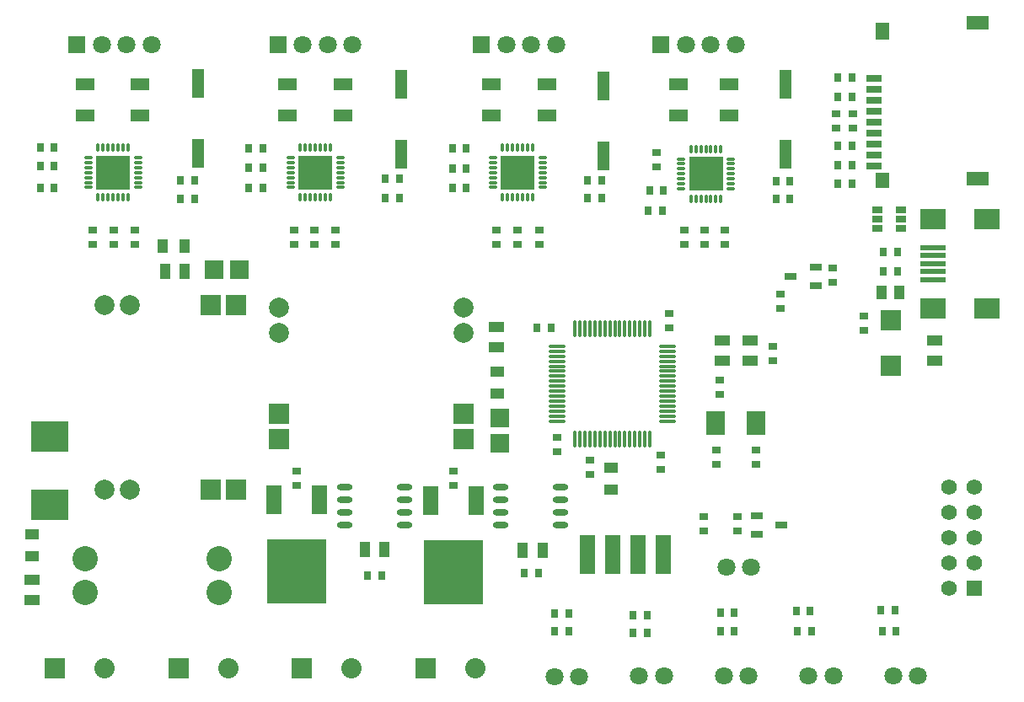
<source format=gtp>
%TF.GenerationSoftware,KiCad,Pcbnew,5.1.7-a382d34a8~87~ubuntu20.04.1*%
%TF.CreationDate,2020-10-19T23:47:47+03:00*%
%TF.ProjectId,E3_Pcb,45335f50-6362-42e6-9b69-6361645f7063,rev?*%
%TF.SameCoordinates,Original*%
%TF.FileFunction,Paste,Top*%
%TF.FilePolarity,Positive*%
%FSLAX46Y46*%
G04 Gerber Fmt 4.6, Leading zero omitted, Abs format (unit mm)*
G04 Created by KiCad (PCBNEW 5.1.7-a382d34a8~87~ubuntu20.04.1) date 2020-10-19 23:47:47*
%MOMM*%
%LPD*%
G01*
G04 APERTURE LIST*
%ADD10R,0.900000X0.800000*%
%ADD11R,3.500000X3.500000*%
%ADD12O,0.280000X0.900000*%
%ADD13O,0.900000X0.280000*%
%ADD14R,0.800000X0.900000*%
%ADD15R,1.200000X2.900000*%
%ADD16R,1.800000X1.800000*%
%ADD17C,1.800000*%
%ADD18O,0.280000X1.800000*%
%ADD19O,1.800000X0.280000*%
%ADD20R,1.900000X2.400000*%
%ADD21R,1.550000X1.000000*%
%ADD22C,1.575000*%
%ADD23R,1.575000X1.575000*%
%ADD24R,1.600000X0.701000*%
%ADD25R,1.400000X1.600000*%
%ADD26R,2.200000X1.400000*%
%ADD27R,1.400000X1.801000*%
%ADD28R,1.000000X1.550000*%
%ADD29R,1.250000X0.700000*%
%ADD30R,1.016000X1.397000*%
%ADD31R,1.000000X0.700000*%
%ADD32R,1.930000X1.930000*%
%ADD33R,2.499000X0.500000*%
%ADD34R,2.499000X1.999000*%
%ADD35R,1.600000X3.000000*%
%ADD36R,6.000000X6.500000*%
%ADD37O,1.600000X0.600000*%
%ADD38C,2.000000*%
%ADD39R,2.000000X2.000000*%
%ADD40C,2.540000*%
%ADD41R,2.032000X2.032000*%
%ADD42C,2.032000*%
%ADD43R,1.900000X1.200000*%
%ADD44R,3.820000X3.030000*%
%ADD45R,1.500000X4.000000*%
%ADD46R,1.000000X1.400000*%
%ADD47R,1.400000X1.000000*%
G04 APERTURE END LIST*
D10*
%TO.C,C9*%
X135382000Y-50990000D03*
X135382000Y-52390000D03*
%TD*%
D11*
%TO.C,U3*%
X137541000Y-45212000D03*
D12*
X136040000Y-42712000D03*
X136540000Y-42712000D03*
X137041000Y-42712000D03*
X137541000Y-42712000D03*
X138041000Y-42712000D03*
X138542000Y-42712000D03*
X139042000Y-42712000D03*
D13*
X140041000Y-43711000D03*
X140041000Y-44211000D03*
X140041000Y-44711000D03*
X140041000Y-45212000D03*
X140041000Y-45712000D03*
X140041000Y-46213000D03*
X140041000Y-46713000D03*
D12*
X139042000Y-47712000D03*
X138542000Y-47712000D03*
X138041000Y-47712000D03*
X137541000Y-47712000D03*
X137041000Y-47712000D03*
X136540000Y-47712000D03*
X136040000Y-47712000D03*
D13*
X135041000Y-46713000D03*
X135041000Y-46213000D03*
X135041000Y-45712000D03*
X135041000Y-45212000D03*
X135041000Y-44711000D03*
X135041000Y-44211000D03*
X135041000Y-43711000D03*
%TD*%
D14*
%TO.C,R8*%
X130872000Y-42799000D03*
X132272000Y-42799000D03*
%TD*%
D10*
%TO.C,R9*%
X139573000Y-50989000D03*
X139573000Y-52389000D03*
%TD*%
%TO.C,R10*%
X137458000Y-52389000D03*
X137458000Y-50989000D03*
%TD*%
D14*
%TO.C,C11*%
X132273000Y-44739000D03*
X130873000Y-44739000D03*
%TD*%
%TO.C,C10*%
X132272000Y-46759000D03*
X130872000Y-46759000D03*
%TD*%
%TO.C,C12*%
X144588000Y-47752000D03*
X145988000Y-47752000D03*
%TD*%
%TO.C,C7*%
X144588000Y-45847000D03*
X145988000Y-45847000D03*
%TD*%
D15*
%TO.C,C8*%
X146172000Y-43378000D03*
X146182000Y-36378000D03*
%TD*%
D16*
%TO.C,CN2*%
X133791000Y-32385000D03*
D17*
X136293000Y-32385000D03*
X138792000Y-32385000D03*
X141291000Y-32385000D03*
%TD*%
D10*
%TO.C,C3*%
X115189000Y-50990000D03*
X115189000Y-52390000D03*
%TD*%
D14*
%TO.C,R3*%
X109917000Y-42672000D03*
X111317000Y-42672000D03*
%TD*%
D10*
%TO.C,R2*%
X119380000Y-50989000D03*
X119380000Y-52389000D03*
%TD*%
%TO.C,R1*%
X117265000Y-52389000D03*
X117265000Y-50989000D03*
%TD*%
D14*
%TO.C,C4*%
X111317000Y-46759000D03*
X109917000Y-46759000D03*
%TD*%
%TO.C,C6*%
X124014000Y-45974000D03*
X125414000Y-45974000D03*
%TD*%
D15*
%TO.C,C5*%
X125725000Y-43251000D03*
X125735000Y-36251000D03*
%TD*%
D18*
%TO.C,U2*%
X171136000Y-71971000D03*
X170636000Y-71971000D03*
X170136000Y-71971000D03*
X169636000Y-71971000D03*
X169136000Y-71971000D03*
X168636000Y-71971000D03*
X168136000Y-71971000D03*
X167636000Y-71971000D03*
X167136000Y-71971000D03*
X166636000Y-71971000D03*
X166136000Y-71971000D03*
X165636000Y-71971000D03*
X165136000Y-71971000D03*
X164636000Y-71971000D03*
X164136000Y-71971000D03*
X163636000Y-71971000D03*
D19*
X161836000Y-70171000D03*
X161836000Y-69671000D03*
X161836000Y-69171000D03*
X161836000Y-68671000D03*
X161836000Y-68171000D03*
X161836000Y-67671000D03*
X161836000Y-67171000D03*
X161836000Y-66671000D03*
X161836000Y-66171000D03*
X161836000Y-65671000D03*
X161836000Y-65171000D03*
X161836000Y-64671000D03*
X161836000Y-64171000D03*
X161836000Y-63671000D03*
X161836000Y-63171000D03*
X161836000Y-62671000D03*
D18*
X163636000Y-60871000D03*
X164136000Y-60871000D03*
X164636000Y-60871000D03*
X165136000Y-60871000D03*
X165636000Y-60871000D03*
X166136000Y-60871000D03*
X166636000Y-60871000D03*
X167136000Y-60871000D03*
X167636000Y-60871000D03*
X168136000Y-60871000D03*
X168636000Y-60871000D03*
X169136000Y-60871000D03*
X169636000Y-60871000D03*
X170136000Y-60871000D03*
X170636000Y-60871000D03*
X171136000Y-60871000D03*
D19*
X172936000Y-62671000D03*
X172936000Y-63171000D03*
X172936000Y-63671000D03*
X172936000Y-64171000D03*
X172936000Y-64671000D03*
X172936000Y-65171000D03*
X172936000Y-65671000D03*
X172936000Y-66171000D03*
X172936000Y-66671000D03*
X172936000Y-67171000D03*
X172936000Y-67671000D03*
X172936000Y-68171000D03*
X172936000Y-68671000D03*
X172936000Y-69171000D03*
X172936000Y-69671000D03*
X172936000Y-70171000D03*
%TD*%
D14*
%TO.C,C2*%
X111318000Y-44548000D03*
X109918000Y-44548000D03*
%TD*%
%TO.C,C1*%
X124014000Y-47879000D03*
X125414000Y-47879000D03*
%TD*%
D16*
%TO.C,CN1*%
X113598000Y-32385000D03*
D17*
X116100000Y-32385000D03*
X118599000Y-32385000D03*
X121098000Y-32385000D03*
%TD*%
D10*
%TO.C,C16*%
X155702000Y-50989000D03*
X155702000Y-52389000D03*
%TD*%
D11*
%TO.C,U4*%
X157861000Y-45212000D03*
D12*
X156360000Y-42712000D03*
X156860000Y-42712000D03*
X157361000Y-42712000D03*
X157861000Y-42712000D03*
X158361000Y-42712000D03*
X158862000Y-42712000D03*
X159362000Y-42712000D03*
D13*
X160361000Y-43711000D03*
X160361000Y-44211000D03*
X160361000Y-44711000D03*
X160361000Y-45212000D03*
X160361000Y-45712000D03*
X160361000Y-46213000D03*
X160361000Y-46713000D03*
D12*
X159362000Y-47712000D03*
X158862000Y-47712000D03*
X158361000Y-47712000D03*
X157861000Y-47712000D03*
X157361000Y-47712000D03*
X156860000Y-47712000D03*
X156360000Y-47712000D03*
D13*
X155361000Y-46713000D03*
X155361000Y-46213000D03*
X155361000Y-45712000D03*
X155361000Y-45212000D03*
X155361000Y-44711000D03*
X155361000Y-44211000D03*
X155361000Y-43711000D03*
%TD*%
D10*
%TO.C,R12*%
X160020000Y-50989000D03*
X160020000Y-52389000D03*
%TD*%
%TO.C,R11*%
X157861000Y-52389000D03*
X157861000Y-50989000D03*
%TD*%
D14*
%TO.C,R13*%
X151319000Y-42799000D03*
X152719000Y-42799000D03*
%TD*%
%TO.C,C14*%
X152719000Y-44831000D03*
X151319000Y-44831000D03*
%TD*%
%TO.C,C13*%
X164908000Y-47752000D03*
X166308000Y-47752000D03*
%TD*%
%TO.C,C18*%
X164908000Y-45974000D03*
X166308000Y-45974000D03*
%TD*%
%TO.C,C15*%
X152719000Y-46777000D03*
X151319000Y-46777000D03*
%TD*%
D15*
%TO.C,C17*%
X166492000Y-43505000D03*
X166502000Y-36505000D03*
%TD*%
D16*
%TO.C,CN3*%
X154238000Y-32385000D03*
D17*
X156740000Y-32385000D03*
X159239000Y-32385000D03*
X161738000Y-32385000D03*
%TD*%
D10*
%TO.C,C21*%
X174625000Y-50989000D03*
X174625000Y-52389000D03*
%TD*%
D11*
%TO.C,U5*%
X176784000Y-45339000D03*
D12*
X175283000Y-42839000D03*
X175783000Y-42839000D03*
X176284000Y-42839000D03*
X176784000Y-42839000D03*
X177284000Y-42839000D03*
X177785000Y-42839000D03*
X178285000Y-42839000D03*
D13*
X179284000Y-43838000D03*
X179284000Y-44338000D03*
X179284000Y-44839000D03*
X179284000Y-45339000D03*
X179284000Y-45839000D03*
X179284000Y-46340000D03*
X179284000Y-46840000D03*
D12*
X178285000Y-47839000D03*
X177785000Y-47839000D03*
X177284000Y-47839000D03*
X176784000Y-47839000D03*
X176284000Y-47839000D03*
X175783000Y-47839000D03*
X175283000Y-47839000D03*
D13*
X174284000Y-46840000D03*
X174284000Y-46340000D03*
X174284000Y-45839000D03*
X174284000Y-45339000D03*
X174284000Y-44839000D03*
X174284000Y-44338000D03*
X174284000Y-43838000D03*
%TD*%
D10*
%TO.C,R20*%
X176657000Y-52389000D03*
X176657000Y-50989000D03*
%TD*%
%TO.C,R19*%
X178689000Y-50989000D03*
X178689000Y-52389000D03*
%TD*%
%TO.C,R18*%
X171831000Y-43242000D03*
X171831000Y-44642000D03*
%TD*%
D14*
%TO.C,C23*%
X171131000Y-46990000D03*
X172531000Y-46990000D03*
%TD*%
%TO.C,C24*%
X183831000Y-47879000D03*
X185231000Y-47879000D03*
%TD*%
%TO.C,C19*%
X183831000Y-46101000D03*
X185231000Y-46101000D03*
%TD*%
%TO.C,C22*%
X172404000Y-49022000D03*
X171004000Y-49022000D03*
%TD*%
D15*
%TO.C,C20*%
X184780000Y-43378000D03*
X184790000Y-36378000D03*
%TD*%
D16*
%TO.C,CN4*%
X172272000Y-32385000D03*
D17*
X174774000Y-32385000D03*
X177273000Y-32385000D03*
X179772000Y-32385000D03*
%TD*%
D10*
%TO.C,R21*%
X178181000Y-66102000D03*
X178181000Y-67502000D03*
%TD*%
%TO.C,R22*%
X165100000Y-75503000D03*
X165100000Y-74103000D03*
%TD*%
%TO.C,C33*%
X189865000Y-39305000D03*
X189865000Y-40705000D03*
%TD*%
D20*
%TO.C,X1*%
X177745000Y-70395000D03*
X181845000Y-70395000D03*
%TD*%
D21*
%TO.C,C31*%
X181229000Y-64119000D03*
X181229000Y-62119000D03*
%TD*%
%TO.C,L1*%
X178435000Y-64119000D03*
X178435000Y-62119000D03*
%TD*%
D14*
%TO.C,R27*%
X190054000Y-46355000D03*
X191454000Y-46355000D03*
%TD*%
D10*
%TO.C,C34*%
X191516000Y-39305000D03*
X191516000Y-40705000D03*
%TD*%
%TO.C,C32*%
X183515000Y-62673000D03*
X183515000Y-64073000D03*
%TD*%
%TO.C,C25*%
X173101000Y-59371000D03*
X173101000Y-60771000D03*
%TD*%
%TO.C,C26*%
X172212000Y-73595000D03*
X172212000Y-74995000D03*
%TD*%
%TO.C,C27*%
X161798000Y-71817000D03*
X161798000Y-73217000D03*
%TD*%
D14*
%TO.C,C28*%
X161228000Y-60833000D03*
X159828000Y-60833000D03*
%TD*%
D22*
%TO.C,H2*%
X201168000Y-76835000D03*
X203708000Y-76835000D03*
X201168000Y-79375000D03*
X203708000Y-79375000D03*
X201168000Y-81915000D03*
X203708000Y-81915000D03*
X201168000Y-84455000D03*
X203708000Y-84455000D03*
X201168000Y-86995000D03*
D23*
X203708000Y-86995000D03*
%TD*%
D14*
%TO.C,R26*%
X190054000Y-44450000D03*
X191454000Y-44450000D03*
%TD*%
%TO.C,R23*%
X190054000Y-35687000D03*
X191454000Y-35687000D03*
%TD*%
%TO.C,R25*%
X190054000Y-42545000D03*
X191454000Y-42545000D03*
%TD*%
%TO.C,R24*%
X190054000Y-37592000D03*
X191454000Y-37592000D03*
%TD*%
D24*
%TO.C,CARD1*%
X193655000Y-35750000D03*
X193655000Y-36850000D03*
X193655000Y-37950000D03*
X193655000Y-39050000D03*
X193655000Y-40150000D03*
X193655000Y-41250000D03*
X193655000Y-42350000D03*
X193655000Y-43450000D03*
X193655000Y-44550000D03*
D25*
X194509000Y-46000000D03*
D26*
X204109000Y-45800000D03*
D27*
X194509000Y-31049000D03*
D26*
X204109000Y-30200000D03*
%TD*%
D10*
%TO.C,C29*%
X177800000Y-74487000D03*
X177800000Y-73087000D03*
%TD*%
%TO.C,C30*%
X181827000Y-74524000D03*
X181827000Y-73124000D03*
%TD*%
D11*
%TO.C,U1*%
X117221000Y-45212000D03*
D12*
X115720000Y-42712000D03*
X116220000Y-42712000D03*
X116720000Y-42712000D03*
X117221000Y-42712000D03*
X117721000Y-42712000D03*
X118222000Y-42712000D03*
X118722000Y-42712000D03*
D13*
X119721000Y-43711000D03*
X119721000Y-44211000D03*
X119721000Y-44711000D03*
X119721000Y-45212000D03*
X119721000Y-45712000D03*
X119721000Y-46212000D03*
X119721000Y-46713000D03*
D12*
X118722000Y-47712000D03*
X118222000Y-47712000D03*
X117721000Y-47712000D03*
X117221000Y-47712000D03*
X116720000Y-47712000D03*
X116220000Y-47712000D03*
X115720000Y-47712000D03*
D13*
X114721000Y-46713000D03*
X114721000Y-46212000D03*
X114721000Y-45712000D03*
X114721000Y-45212000D03*
X114721000Y-44711000D03*
X114721000Y-44211000D03*
X114721000Y-43711000D03*
%TD*%
D28*
%TO.C,R28*%
X124444000Y-55118000D03*
X122444000Y-55118000D03*
%TD*%
D14*
%TO.C,C38*%
X194499000Y-91313000D03*
X195899000Y-91313000D03*
%TD*%
%TO.C,C39*%
X185990000Y-91313000D03*
X187390000Y-91313000D03*
%TD*%
D29*
%TO.C,Q4*%
X184384000Y-80645000D03*
X181884000Y-81595000D03*
X181884000Y-79695000D03*
%TD*%
D10*
%TO.C,R37*%
X151384000Y-76646000D03*
X151384000Y-75246000D03*
%TD*%
%TO.C,R42*%
X179959000Y-79818000D03*
X179959000Y-81218000D03*
%TD*%
%TO.C,R36*%
X135636000Y-76646000D03*
X135636000Y-75246000D03*
%TD*%
D28*
%TO.C,C43*%
X158385000Y-83185000D03*
X160385000Y-83185000D03*
%TD*%
%TO.C,C41*%
X142510000Y-83058000D03*
X144510000Y-83058000D03*
%TD*%
D30*
%TO.C,FB1*%
X196215000Y-57277000D03*
X194437000Y-57277000D03*
%TD*%
D21*
%TO.C,C45*%
X199771000Y-62119000D03*
X199771000Y-64119000D03*
%TD*%
D10*
%TO.C,R40*%
X184277000Y-58866000D03*
X184277000Y-57466000D03*
%TD*%
%TO.C,R41*%
X189484000Y-54799000D03*
X189484000Y-56199000D03*
%TD*%
D31*
%TO.C,D2*%
X196399000Y-50851000D03*
X196399000Y-49911000D03*
X196399000Y-48971000D03*
X193999000Y-48971000D03*
X193999000Y-49911000D03*
X193999000Y-50851000D03*
%TD*%
D32*
%TO.C,JP2*%
X156083000Y-72390000D03*
X156083000Y-69850000D03*
%TD*%
%TO.C,JP1*%
X127381000Y-54991000D03*
X129921000Y-54991000D03*
%TD*%
D14*
%TO.C,C42*%
X158558000Y-85471000D03*
X159958000Y-85471000D03*
%TD*%
%TO.C,C40*%
X142810000Y-85725000D03*
X144210000Y-85725000D03*
%TD*%
D10*
%TO.C,C44*%
X192659000Y-59625000D03*
X192659000Y-61025000D03*
%TD*%
D14*
%TO.C,C37*%
X178243000Y-91313000D03*
X179643000Y-91313000D03*
%TD*%
%TO.C,C36*%
X169480000Y-91440000D03*
X170880000Y-91440000D03*
%TD*%
%TO.C,C35*%
X161606000Y-91313000D03*
X163006000Y-91313000D03*
%TD*%
D21*
%TO.C,R29*%
X155702000Y-62722000D03*
X155702000Y-60722000D03*
%TD*%
D33*
%TO.C,JP3*%
X199568000Y-54356000D03*
X199568000Y-55143000D03*
X199568000Y-52756000D03*
X199568000Y-53569000D03*
D34*
X205054000Y-49860000D03*
X205054000Y-58852000D03*
X199568000Y-49860000D03*
X199568000Y-58852000D03*
D33*
X199568000Y-55956000D03*
%TD*%
D35*
%TO.C,Q2*%
X149099000Y-78177000D03*
X153669000Y-78171000D03*
D36*
X151384000Y-85405000D03*
%TD*%
D35*
%TO.C,Q1*%
X133351000Y-78050000D03*
X137921000Y-78044000D03*
D36*
X135636000Y-85278000D03*
%TD*%
D29*
%TO.C,Q3*%
X185313000Y-55626000D03*
X187813000Y-54676000D03*
X187813000Y-56576000D03*
%TD*%
D21*
%TO.C,R30*%
X109093000Y-88122000D03*
X109093000Y-86122000D03*
%TD*%
D14*
%TO.C,R32*%
X169480000Y-89662000D03*
X170880000Y-89662000D03*
%TD*%
%TO.C,R31*%
X161606000Y-89535000D03*
X163006000Y-89535000D03*
%TD*%
%TO.C,R33*%
X178243000Y-89408000D03*
X179643000Y-89408000D03*
%TD*%
D17*
%TO.C,CN5*%
X161563000Y-95822000D03*
X164065000Y-95822000D03*
%TD*%
%TO.C,CN7*%
X178581000Y-95758000D03*
X181083000Y-95758000D03*
%TD*%
%TO.C,CN6*%
X170072000Y-95758000D03*
X172574000Y-95758000D03*
%TD*%
D14*
%TO.C,R38*%
X194626000Y-53213000D03*
X196026000Y-53213000D03*
%TD*%
%TO.C,R39*%
X194626000Y-55118000D03*
X196026000Y-55118000D03*
%TD*%
D37*
%TO.C,U9*%
X156131000Y-76835000D03*
X156131000Y-78105000D03*
X156131000Y-79375000D03*
X156131000Y-80645000D03*
X162131000Y-76835000D03*
X162131000Y-78105000D03*
X162131000Y-79375000D03*
X162131000Y-80645000D03*
%TD*%
%TO.C,U8*%
X140510000Y-76835000D03*
X140510000Y-78105000D03*
X140510000Y-79375000D03*
X140510000Y-80645000D03*
X146510000Y-76835000D03*
X146510000Y-78105000D03*
X146510000Y-79375000D03*
X146510000Y-80645000D03*
%TD*%
D10*
%TO.C,R43*%
X176530000Y-79818000D03*
X176530000Y-81218000D03*
%TD*%
D38*
%TO.C,U6*%
X116332000Y-58547000D03*
D39*
X129540000Y-58547000D03*
D38*
X118872000Y-58547000D03*
D39*
X127000000Y-58547000D03*
D38*
X116332000Y-77089000D03*
X118872000Y-77089000D03*
D39*
X127000000Y-77089000D03*
X129540000Y-77089000D03*
%TD*%
D38*
%TO.C,U7*%
X152400000Y-58801000D03*
D39*
X152400000Y-72009000D03*
D38*
X152400000Y-61341000D03*
D39*
X152400000Y-69469000D03*
D38*
X133858000Y-58801000D03*
X133858000Y-61341000D03*
D39*
X133858000Y-69469000D03*
X133858000Y-72009000D03*
%TD*%
D40*
%TO.C,F1*%
X114427000Y-84023000D03*
X114427000Y-87427000D03*
X127889000Y-84023000D03*
X127889000Y-87427000D03*
%TD*%
D17*
%TO.C,CN10*%
X181337000Y-84836000D03*
X178835000Y-84836000D03*
%TD*%
D41*
%TO.C,P3*%
X148590000Y-94996000D03*
D42*
X153594000Y-94996000D03*
%TD*%
D41*
%TO.C,P2*%
X136186000Y-94996000D03*
D42*
X141190000Y-94996000D03*
%TD*%
D41*
%TO.C,P4*%
X123783000Y-94996000D03*
D42*
X128787000Y-94996000D03*
%TD*%
D41*
%TO.C,P1*%
X111379000Y-94996000D03*
D42*
X116383000Y-94996000D03*
%TD*%
D17*
%TO.C,CN9*%
X195600000Y-95758000D03*
X198102000Y-95758000D03*
%TD*%
%TO.C,CN8*%
X187091000Y-95758000D03*
X189593000Y-95758000D03*
%TD*%
D43*
%TO.C,R6*%
X134747000Y-36310000D03*
X134747000Y-39510000D03*
%TD*%
%TO.C,R4*%
X119888000Y-36310000D03*
X119888000Y-39510000D03*
%TD*%
%TO.C,R14*%
X160782000Y-36310000D03*
X160782000Y-39510000D03*
%TD*%
%TO.C,R15*%
X155194000Y-36310000D03*
X155194000Y-39510000D03*
%TD*%
%TO.C,R7*%
X140335000Y-36310000D03*
X140335000Y-39510000D03*
%TD*%
%TO.C,R5*%
X114427000Y-36310000D03*
X114427000Y-39510000D03*
%TD*%
%TO.C,R17*%
X179070000Y-36310000D03*
X179070000Y-39510000D03*
%TD*%
%TO.C,R16*%
X173990000Y-36310000D03*
X173990000Y-39510000D03*
%TD*%
D44*
%TO.C,D3*%
X110871000Y-78619000D03*
X110871000Y-71749000D03*
%TD*%
D39*
%TO.C,D1*%
X195326000Y-60057000D03*
X195326000Y-64657000D03*
%TD*%
D14*
%TO.C,R35*%
X187263000Y-89281000D03*
X185863000Y-89281000D03*
%TD*%
%TO.C,R34*%
X195772000Y-89154000D03*
X194372000Y-89154000D03*
%TD*%
D45*
%TO.C,U10*%
X172466000Y-83566000D03*
X169926000Y-83566000D03*
X167386000Y-83566000D03*
X164846000Y-83566000D03*
%TD*%
D46*
%TO.C,LED2*%
X124418000Y-52578000D03*
X122218000Y-52578000D03*
%TD*%
D47*
%TO.C,LED3*%
X155830000Y-67394000D03*
X155830000Y-65194000D03*
%TD*%
%TO.C,LED4*%
X109094000Y-81577000D03*
X109094000Y-83777000D03*
%TD*%
%TO.C,LED1*%
X167260000Y-74846000D03*
X167260000Y-77046000D03*
%TD*%
M02*

</source>
